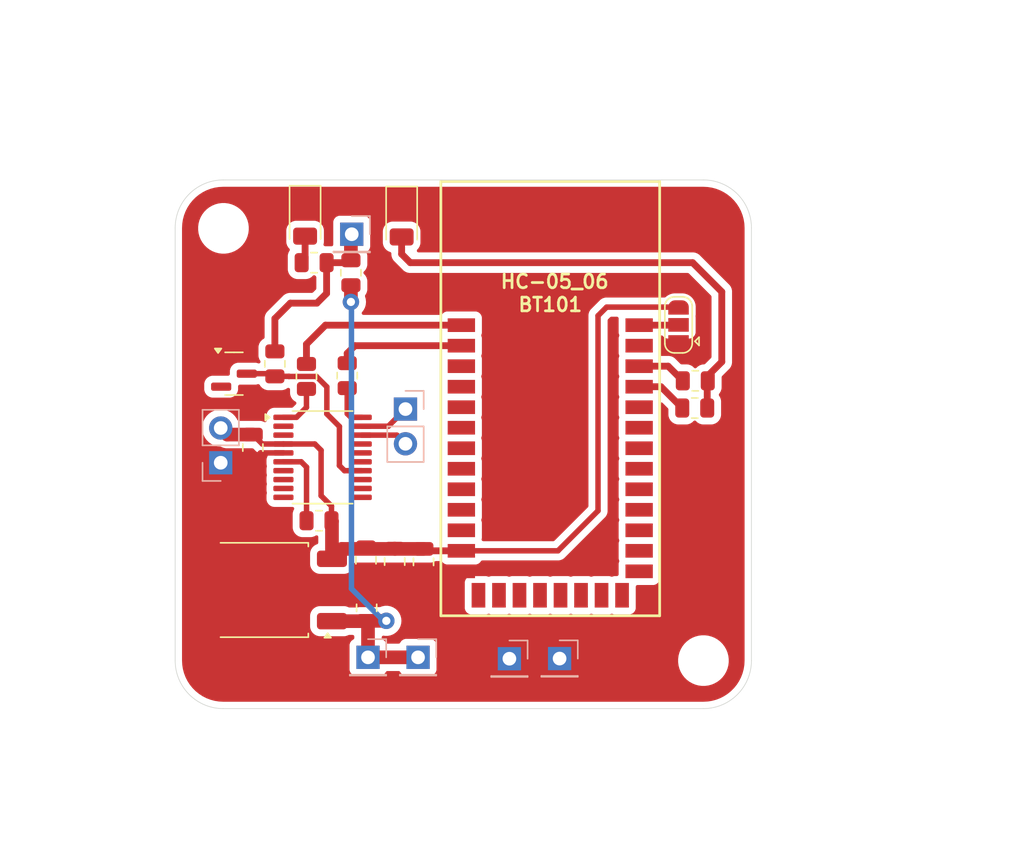
<source format=kicad_pcb>
(kicad_pcb (version 20240108) (generator "pcbnew") (generator_version "8.0")
  (layers (0 "F.Cu" signal) (31 "B.Cu" signal) (34 "B.Paste" user) (35 "F.Paste" user) (36 "B.SilkS" user "B.Silkscreen") (37 "F.SilkS" user "F.Silkscreen") (38 "B.Mask" user) (39 "F.Mask" user) (44 "Edge.Cuts" user))
  (net 0 "")
  (net 1 "Net-(BT101-RXD)")
  (net 2 "Net-(BT101-TXD)")
  (net 3 "GND")
  (net 4 "Net-(BT101-KEY1)")
  (net 5 "/3V3")
  (net 6 "/SWDCLK")
  (net 7 "/SWDIO")
  (net 8 "/USART2_TX")
  (net 9 "/USART2_RX")
  (net 10 "Net-(U101-NRST)")
  (net 14 "/INPUT")
  (net 22 "/USART1_TX")
  (net 23 "/USART1_RX")
  (net 24 "/5V")
  (net 26 "Net-(J105-Pin_1)")
  (net 28 "Net-(D102-A)")
  (net 29 "Net-(BT101-LED1)")
  (net 30 "Net-(BT101-LED2)")
  (net 31 "Net-(D103-A)")
  (footprint "Resistor_SMD:R_0805_2012Metric" (layer "F.Cu") (at 111.1425 64.43 180)
    (property "Reference" "R107" (hide yes))
    (property "Value" "470")
    (fp_line (start -0.227064 0.735) (end 0.227064 0.735) (stroke (width 0.12)) (layer "F.SilkS"))
    (fp_line (start -0.227064 -0.735) (end 0.227064 -0.735) (stroke (width 0.12)) (layer "F.SilkS"))
    (pad "1" smd roundrect (at -0.9125 0 180) (size 1.025 1.4) (layers "F.Cu" "F.Paste" "F.Mask") (roundrect_rratio 0.243902) (net 31 "Net-(D103-A)"))
    (pad "2" smd roundrect (at 0.9125 0 180) (size 1.025 1.4) (layers "F.Cu" "F.Paste" "F.Mask") (roundrect_rratio 0.243902) (net 29 "Net-(BT101-LED1)"))
  )
  (footprint "Capacitor_SMD:C_0805_2012Metric" (layer "F.Cu") (at 87.15 79.04 90)
    (property "Reference" "C104" (hide yes))
    (property "Value" "10uF")
    (fp_line (start -0.261252 -0.735) (end 0.261252 -0.735) (stroke (width 0.12)) (layer "F.SilkS"))
    (fp_line (start -0.261252 0.735) (end 0.261252 0.735) (stroke (width 0.12)) (layer "F.SilkS"))
    (pad "1" smd roundrect (at -0.95 0 90) (size 1 1.45) (layers "F.Cu" "F.Paste" "F.Mask") (net 24 "/5V"))
    (pad "2" smd roundrect (at 0.95 0 90) (size 1 1.45) (layers "F.Cu" "F.Paste" "F.Mask") (net 3 "GND"))
  )
  (footprint "hc05:HC-05" (layer "F.Cu") (at 100.5775 64.87)
    (property "Reference" "BT101" (at 0 -8 0) (layer "F.SilkS") (effects (font (thickness 0.2))))
    (property "Value" "HC-05_06" (at 0.3225 -9.69 0) (layer "F.SilkS") (effects (font (thickness 0.2))))
    (fp_line (start -8 -17) (end 8 -17) (stroke (width 0.2)) (layer "F.SilkS"))
    (fp_line (start -8 14.75) (end -8 -17) (stroke (width 0.2)) (layer "F.SilkS"))
    (fp_line (start 8 -17) (end 8 14.75) (stroke (width 0.2)) (layer "F.SilkS"))
    (fp_line (start 8 14.75) (end -8 14.75) (stroke (width 0.2)) (layer "F.SilkS"))
    (pad "1" smd rect (at -6.5 -6.5 90) (size 1 2) (layers "F.Cu" "F.Paste" "F.Mask") (net 2 "Net-(BT101-TXD)"))
    (pad "2" smd rect (at -6.5 -5 90) (size 1 2) (layers "F.Cu" "F.Paste" "F.Mask") (net 1 "Net-(BT101-RXD)"))
    (pad "3" smd rect (at -6.5 -3.5 90) (size 1 2) (layers "F.Cu" "F.Paste" "F.Mask"))
    (pad "4" smd rect (at -6.5 -2 90) (size 1 2) (layers "F.Cu" "F.Paste" "F.Mask"))
    (pad "5" smd rect (at -6.5 -0.5 90) (size 1 2) (layers "F.Cu" "F.Paste" "F.Mask"))
    (pad "6" smd rect (at -6.5 1 90) (size 1 2) (layers "F.Cu" "F.Paste" "F.Mask"))
    (pad "7" smd rect (at -6.5 2.5 90) (size 1 2) (layers "F.Cu" "F.Paste" "F.Mask"))
    (pad "8" smd rect (at -6.5 4 90) (size 1 2) (layers "F.Cu" "F.Paste" "F.Mask"))
    (pad "9" smd rect (at -6.5 5.5 90) (size 1 2) (layers "F.Cu" "F.Paste" "F.Mask"))
    (pad "10" smd rect (at -6.5 7 90) (size 1 2) (layers "F.Cu" "F.Paste" "F.Mask"))
    (pad "11" smd rect (at -6.5 8.5 90) (size 1 2) (layers "F.Cu" "F.Paste" "F.Mask"))
    (pad "12" smd rect (at -6.5 10 90) (size 1 2) (layers "F.Cu" "F.Paste" "F.Mask") (net 5 "/3V3"))
    (pad "13" smd rect (at -6.5 11.5 90) (size 1 2) (layers "F.Cu" "F.Paste" "F.Mask") (net 3 "GND"))
    (pad "14" smd rect (at -5.25 13.25) (size 1 1.8) (layers "F.Cu" "F.Paste" "F.Mask"))
    (pad "15" smd rect (at -3.75 13.25) (size 1 1.8) (layers "F.Cu" "F.Paste" "F.Mask"))
    (pad "16" smd rect (at -2.25 13.25) (size 1 1.8) (layers "F.Cu" "F.Paste" "F.Mask"))
    (pad "17" smd rect (at -0.75 13.25) (size 1 1.8) (layers "F.Cu" "F.Paste" "F.Mask"))
    (pad "18" smd rect (at 0.75 13.25) (size 1 1.8) (layers "F.Cu" "F.Paste" "F.Mask"))
    (pad "19" smd rect (at 2.25 13.25) (size 1 1.8) (layers "F.Cu" "F.Paste" "F.Mask"))
    (pad "20" smd rect (at 3.75 13.25) (size 1 1.8) (layers "F.Cu" "F.Paste" "F.Mask"))
    (pad "21" smd rect (at 5.25 13.25) (size 1 1.8) (layers "F.Cu" "F.Paste" "F.Mask"))
    (pad "22" smd rect (at 6.5 11.5) (size 2 1) (layers "F.Cu" "F.Paste" "F.Mask"))
    (pad "23" smd rect (at 6.5 10) (size 2 1) (layers "F.Cu" "F.Paste" "F.Mask"))
    (pad "24" smd rect (at 6.5 8.5) (size 2 1) (layers "F.Cu" "F.Paste" "F.Mask"))
    (pad "25" smd rect (at 6.5 7) (size 2 1) (layers "F.Cu" "F.Paste" "F.Mask"))
    (pad "26" smd rect (at 6.5 5.5) (size 2 1) (layers "F.Cu" "F.Paste" "F.Mask"))
    (pad "27" smd rect (at 6.5 4) (size 2 1) (layers "F.Cu" "F.Paste" "F.Mask"))
    (pad "28" smd rect (at 6.5 2.5) (size 2 1) (layers "F.Cu" "F.Paste" "F.Mask"))
    (pad "29" smd rect (at 6.5 1) (size 2 1) (layers "F.Cu" "F.Paste" "F.Mask"))
    (pad "30" smd rect (at 6.5 -0.5) (size 2 1) (layers "F.Cu" "F.Paste" "F.Mask"))
    (pad "31" smd rect (at 6.5 -2) (size 2 1) (layers "F.Cu" "F.Paste" "F.Mask") (net 29 "Net-(BT101-LED1)"))
    (pad "32" smd rect (at 6.5 -3.5) (size 2 1) (layers "F.Cu" "F.Paste" "F.Mask") (net 30 "Net-(BT101-LED2)"))
    (pad "33" smd rect (at 6.5 -5) (size 2 1) (layers "F.Cu" "F.Paste" "F.Mask"))
    (pad "34" smd rect (at 6.5 -6.5) (size 2 1) (layers "F.Cu" "F.Paste" "F.Mask") (net 4 "Net-(BT101-KEY1)"))
  )
  (footprint "Jumper:SolderJumper-3_P1.3mm_Open_RoundedPad1.0x1.5mm" (layer "F.Cu") (at 109.9575 58.35 90)
    (property "Reference" "JP101" (hide yes))
    (property "Value" "KEY1")
    (fp_line (start -1.4 -1) (end 1.4 -1) (stroke (width 0.12)) (layer "F.SilkS"))
    (fp_line (start 2.05 -0.3) (end 2.05 0.3) (stroke (width 0.12)) (layer "F.SilkS"))
    (fp_line (start -2.05 0.3) (end -2.05 -0.3) (stroke (width 0.12)) (layer "F.SilkS"))
    (fp_line (start 1.4 1) (end -1.4 1) (stroke (width 0.12)) (layer "F.SilkS"))
    (fp_line (start -1.2 1.2) (end -0.9 1.5) (stroke (width 0.12)) (layer "F.SilkS"))
    (fp_line (start -1.2 1.2) (end -1.5 1.5) (stroke (width 0.12)) (layer "F.SilkS"))
    (fp_line (start -1.5 1.5) (end -0.9 1.5) (stroke (width 0.12)) (layer "F.SilkS"))
    (fp_arc (start 1.35 -1) (mid 1.844975 -0.794975) (end 2.05 -0.3) (stroke (width 0.12)) (layer "F.SilkS"))
    (fp_arc (start -2.05 -0.3) (mid -1.844975 -0.794975) (end -1.35 -1) (stroke (width 0.12)) (layer "F.SilkS"))
    (fp_arc (start 2.05 0.3) (mid 1.844975 0.794975) (end 1.35 1) (stroke (width 0.12)) (layer "F.SilkS"))
    (fp_arc (start -1.35 1) (mid -1.844975 0.794975) (end -2.05 0.3) (stroke (width 0.12)) (layer "F.SilkS"))
    (pad "1" smd custom (at -1.3 0 90) (size 1 0.5) (layers "F.Cu" "F.Mask") (net 3 "GND") (options (clearance outline) (anchor rect)) (primitives (gr_circle (center 0 0.25) (end 0.5 0.25) (width 0) (fill yes)) (gr_circle (center 0 -0.25) (end 0.5 -0.25) (width 0) (fill yes)) (gr_poly (pts (xy 0.55 0.75) (xy 0 0.75) (xy 0 -0.75) (xy 0.55 -0.75)) (width 0) (fill yes))))
    (pad "2" smd rect (at 0 0 90) (size 1 1.5) (layers "F.Cu" "F.Mask") (net 4 "Net-(BT101-KEY1)"))
    (pad "3" smd custom (at 1.3 0 90) (size 1 0.5) (layers "F.Cu" "F.Mask") (net 5 "/3V3") (options (clearance outline) (anchor rect)) (primitives (gr_circle (center 0 0.25) (end 0.5 0.25) (width 0) (fill yes)) (gr_circle (center 0 -0.25) (end 0.5 -0.25) (width 0) (fill yes)) (gr_poly (pts (xy 0 0.75) (xy -0.55 0.75) (xy -0.55 -0.75) (xy 0 -0.75)) (width 0) (fill yes))))
  )
  (footprint "Capacitor_SMD:C_0805_2012Metric" (layer "F.Cu") (at 87.1 75.56 -90)
    (property "Reference" "C105" (hide yes))
    (property "Value" "4.7uF")
    (fp_line (start -0.261252 0.735) (end 0.261252 0.735) (stroke (width 0.12)) (layer "F.SilkS"))
    (fp_line (start -0.261252 -0.735) (end 0.261252 -0.735) (stroke (width 0.12)) (layer "F.SilkS"))
    (pad "1" smd roundrect (at -0.95 0 270) (size 1 1.45) (layers "F.Cu" "F.Paste" "F.Mask") (net 5 "/3V3"))
    (pad "2" smd roundrect (at 0.95 0 270) (size 1 1.45) (layers "F.Cu" "F.Paste" "F.Mask") (net 3 "GND"))
  )
  (footprint "Package_SO:TSSOP-20_4.4x6.5mm_P0.65mm" (layer "F.Cu") (at 83.9275 68.035)
    (property "Reference" "U101" (hide yes))
    (property "Value" "STM32G030F6Px")
    (fp_line (start 0 -3.385) (end -2.2 -3.385) (stroke (width 0.12)) (layer "F.SilkS"))
    (fp_line (start 0 -3.385) (end 2.2 -3.385) (stroke (width 0.12)) (layer "F.SilkS"))
    (fp_line (start 0 3.385) (end -2.2 3.385) (stroke (width 0.12)) (layer "F.SilkS"))
    (fp_line (start 0 3.385) (end 2.2 3.385) (stroke (width 0.12)) (layer "F.SilkS"))
    (fp_poly (pts (xy -3.86 -2.925) (xy -4.19 -3.165) (xy -4.19 -2.685) (xy -3.86 -2.925)) (stroke (width 0.12)) (fill solid) (layer "F.SilkS"))
    (pad "1" smd roundrect (at -2.8625 -2.925) (size 1.475 0.4) (layers "F.Cu" "F.Paste" "F.Mask") (net 23 "/USART1_RX"))
    (pad "2" smd roundrect (at -2.8625 -2.275) (size 1.475 0.4) (layers "F.Cu" "F.Paste" "F.Mask"))
    (pad "3" smd roundrect (at -2.8625 -1.625) (size 1.475 0.4) (layers "F.Cu" "F.Paste" "F.Mask"))
    (pad "4" smd roundrect (at -2.8625 -0.975) (size 1.475 0.4) (layers "F.Cu" "F.Paste" "F.Mask") (net 5 "/3V3"))
    (pad "5" smd roundrect (at -2.8625 -0.325) (size 1.475 0.4) (layers "F.Cu" "F.Paste" "F.Mask") (net 3 "GND"))
    (pad "6" smd roundrect (at -2.8625 0.325) (size 1.475 0.4) (layers "F.Cu" "F.Paste" "F.Mask") (net 10 "Net-(U101-NRST)"))
    (pad "7" smd roundrect (at -2.8625 0.975) (size 1.475 0.4) (layers "F.Cu" "F.Paste" "F.Mask"))
    (pad "8" smd roundrect (at -2.8625 1.625) (size 1.475 0.4) (layers "F.Cu" "F.Paste" "F.Mask"))
    (pad "9" smd roundrect (at -2.8625 2.275) (size 1.475 0.4) (layers "F.Cu" "F.Paste" "F.Mask") (net 8 "/USART2_TX"))
    (pad "10" smd roundrect (at -2.8625 2.925) (size 1.475 0.4) (layers "F.Cu" "F.Paste" "F.Mask") (net 9 "/USART2_RX"))
    (pad "11" smd roundrect (at 2.8625 2.925) (size 1.475 0.4) (layers "F.Cu" "F.Paste" "F.Mask"))
    (pad "12" smd roundrect (at 2.8625 2.275) (size 1.475 0.4) (layers "F.Cu" "F.Paste" "F.Mask"))
    (pad "13" smd roundrect (at 2.8625 1.625) (size 1.475 0.4) (layers "F.Cu" "F.Paste" "F.Mask"))
    (pad "14" smd roundrect (at 2.8625 0.975) (size 1.475 0.4) (layers "F.Cu" "F.Paste" "F.Mask") (net 14 "/INPUT"))
    (pad "15" smd roundrect (at 2.8625 0.325) (size 1.475 0.4) (layers "F.Cu" "F.Paste" "F.Mask"))
    (pad "16" smd roundrect (at 2.8625 -0.325) (size 1.475 0.4) (layers "F.Cu" "F.Paste" "F.Mask"))
    (pad "17" smd roundrect (at 2.8625 -0.975) (size 1.475 0.4) (layers "F.Cu" "F.Paste" "F.Mask"))
    (pad "18" smd roundrect (at 2.8625 -1.625) (size 1.475 0.4) (layers "F.Cu" "F.Paste" "F.Mask") (net 7 "/SWDIO"))
    (pad "19" smd roundrect (at 2.8625 -2.275) (size 1.475 0.4) (layers "F.Cu" "F.Paste" "F.Mask") (net 6 "/SWDCLK"))
    (pad "20" smd roundrect (at 2.8625 -2.925) (size 1.475 0.4) (layers "F.Cu" "F.Paste" "F.Mask") (net 22 "/USART1_TX"))
  )
  (footprint "Resistor_SMD:R_0805_2012Metric" (layer "F.Cu") (at 80.44 61.2 -90)
    (property "Reference" "R104" (hide yes))
    (property "Value" "1K")
    (fp_line (start -0.227064 0.735) (end 0.227064 0.735) (stroke (width 0.12)) (layer "F.SilkS"))
    (fp_line (start -0.227064 -0.735) (end 0.227064 -0.735) (stroke (width 0.12)) (layer "F.SilkS"))
    (pad "1" smd roundrect (at -0.9125 0 270) (size 1.025 1.4) (layers "F.Cu" "F.Paste" "F.Mask") (roundrect_rratio 0.243902) (net 26 "Net-(J105-Pin_1)"))
    (pad "2" smd roundrect (at 0.9125 0 270) (size 1.025 1.4) (layers "F.Cu" "F.Paste" "F.Mask") (roundrect_rratio 0.243902) (net 14 "/INPUT"))
  )
  (footprint "Resistor_SMD:R_0805_2012Metric" (layer "F.Cu") (at 83.31 53.8 180)
    (property "Reference" "R105" (hide yes))
    (property "Value" "1K")
    (fp_line (start -0.227064 0.735) (end 0.227064 0.735) (stroke (width 0.12)) (layer "F.SilkS"))
    (fp_line (start -0.227064 -0.735) (end 0.227064 -0.735) (stroke (width 0.12)) (layer "F.SilkS"))
    (pad "1" smd roundrect (at -0.9125 0 180) (size 1.025 1.4) (layers "F.Cu" "F.Paste" "F.Mask") (roundrect_rratio 0.243902) (net 26 "Net-(J105-Pin_1)"))
    (pad "2" smd roundrect (at 0.9125 0 180) (size 1.025 1.4) (layers "F.Cu" "F.Paste" "F.Mask") (roundrect_rratio 0.243902) (net 28 "Net-(D102-A)"))
  )
  (footprint "Resistor_SMD:R_0805_2012Metric" (layer "F.Cu") (at 82.75 62.12 90)
    (property "Reference" "R102" (hide yes))
    (property "Value" "200")
    (fp_line (start -0.227064 -0.735) (end 0.227064 -0.735) (stroke (width 0.12)) (layer "F.SilkS"))
    (fp_line (start -0.227064 0.735) (end 0.227064 0.735) (stroke (width 0.12)) (layer "F.SilkS"))
    (pad "1" smd roundrect (at -0.9125 0 90) (size 1.025 1.4) (layers "F.Cu" "F.Paste" "F.Mask") (roundrect_rratio 0.243902) (net 23 "/USART1_RX"))
    (pad "2" smd roundrect (at 0.9125 0 90) (size 1.025 1.4) (layers "F.Cu" "F.Paste" "F.Mask") (roundrect_rratio 0.243902) (net 2 "Net-(BT101-TXD)"))
  )
  (footprint "Resistor_SMD:R_0805_2012Metric" (layer "F.Cu") (at 85.73 62.06 90)
    (property "Reference" "R101" (hide yes))
    (property "Value" "200")
    (fp_line (start -0.227064 -0.735) (end 0.227064 -0.735) (stroke (width 0.12)) (layer "F.SilkS"))
    (fp_line (start -0.227064 0.735) (end 0.227064 0.735) (stroke (width 0.12)) (layer "F.SilkS"))
    (pad "1" smd roundrect (at -0.9125 0 90) (size 1.025 1.4) (layers "F.Cu" "F.Paste" "F.Mask") (roundrect_rratio 0.243902) (net 22 "/USART1_TX"))
    (pad "2" smd roundrect (at 0.9125 0 90) (size 1.025 1.4) (layers "F.Cu" "F.Paste" "F.Mask") (roundrect_rratio 0.243902) (net 1 "Net-(BT101-RXD)"))
  )
  (footprint "MountingHole:MountingHole_3.2mm_M3" (layer "F.Cu") (at 76.68 51.29)
    (property "Reference" "H101" (hide yes))
    (property "Value" "MountingHole")
    (pad "" np_thru_hole circle (at 0 0) (size 3.2 3.2) (drill 3.2) (layers "*.Cu" "*.Mask"))
  )
  (footprint "Capacitor_SMD:C_0805_2012Metric" (layer "F.Cu") (at 89.2 75.66 -90)
    (property "Reference" "C103" (hide yes))
    (property "Value" "10uF")
    (fp_line (start -0.261252 0.735) (end 0.261252 0.735) (stroke (width 0.12)) (layer "F.SilkS"))
    (fp_line (start -0.261252 -0.735) (end 0.261252 -0.735) (stroke (width 0.12)) (layer "F.SilkS"))
    (pad "1" smd roundrect (at -0.95 0 270) (size 1 1.45) (layers "F.Cu" "F.Paste" "F.Mask") (net 5 "/3V3"))
    (pad "2" smd roundrect (at 0.95 0 270) (size 1 1.45) (layers "F.Cu" "F.Paste" "F.Mask") (net 3 "GND"))
  )
  (footprint "Resistor_SMD:R_0805_2012Metric" (layer "F.Cu") (at 111.1825 62.44 180)
    (property "Reference" "R108" (hide yes))
    (property "Value" "470")
    (fp_line (start -0.227064 0.735) (end 0.227064 0.735) (stroke (width 0.12)) (layer "F.SilkS"))
    (fp_line (start -0.227064 -0.735) (end 0.227064 -0.735) (stroke (width 0.12)) (layer "F.SilkS"))
    (pad "1" smd roundrect (at -0.9125 0 180) (size 1.025 1.4) (layers "F.Cu" "F.Paste" "F.Mask") (roundrect_rratio 0.243902) (net 31 "Net-(D103-A)"))
    (pad "2" smd roundrect (at 0.9125 0 180) (size 1.025 1.4) (layers "F.Cu" "F.Paste" "F.Mask") (roundrect_rratio 0.243902) (net 30 "Net-(BT101-LED2)"))
  )
  (footprint "Package_TO_SOT_SMD:SOT-23" (layer "F.Cu") (at 77.45 61.9175)
    (property "Reference" "D101" (hide yes))
    (property "Value" "BZX84Cxx")
    (fp_line (start 0 -1.56) (end -0.65 -1.56) (stroke (width 0.12)) (layer "F.SilkS"))
    (fp_line (start 0 -1.56) (end 0.65 -1.56) (stroke (width 0.12)) (layer "F.SilkS"))
    (fp_line (start 0 1.56) (end -0.65 1.56) (stroke (width 0.12)) (layer "F.SilkS"))
    (fp_line (start 0 1.56) (end 0.65 1.56) (stroke (width 0.12)) (layer "F.SilkS"))
    (fp_poly (pts (xy -1.1625 -1.51) (xy -1.4025 -1.84) (xy -0.9225 -1.84) (xy -1.1625 -1.51)) (stroke (width 0.12)) (fill solid) (layer "F.SilkS"))
    (pad "1" smd roundrect (at -0.9375 -0.95) (size 1.475 0.6) (layers "F.Cu" "F.Paste" "F.Mask") (net 3 "GND"))
    (pad "2" smd roundrect (at -0.9375 0.95) (size 1.475 0.6) (layers "F.Cu" "F.Paste" "F.Mask"))
    (pad "3" smd roundrect (at 0.9375 0) (size 1.475 0.6) (layers "F.Cu" "F.Paste" "F.Mask") (net 14 "/INPUT"))
  )
  (footprint "Capacitor_SMD:C_0805_2012Metric" (layer "F.Cu") (at 78.83 67.32 -90)
    (property "Reference" "C101" (hide yes))
    (property "Value" "0.1uF")
    (fp_line (start -0.261252 0.735) (end 0.261252 0.735) (stroke (width 0.12)) (layer "F.SilkS"))
    (fp_line (start -0.261252 -0.735) (end 0.261252 -0.735) (stroke (width 0.12)) (layer "F.SilkS"))
    (pad "1" smd roundrect (at -0.95 0 270) (size 1 1.45) (layers "F.Cu" "F.Paste" "F.Mask") (net 5 "/3V3"))
    (pad "2" smd roundrect (at 0.95 0 270) (size 1 1.45) (layers "F.Cu" "F.Paste" "F.Mask") (net 3 "GND"))
  )
  (footprint "Capacitor_SMD:C_0805_2012Metric" (layer "F.Cu") (at 91.31 75.68 -90)
    (property "Reference" "C102" (hide yes))
    (property "Value" "0.1uF")
    (fp_line (start -0.261252 0.735) (end 0.261252 0.735) (stroke (width 0.12)) (layer "F.SilkS"))
    (fp_line (start -0.261252 -0.735) (end 0.261252 -0.735) (stroke (width 0.12)) (layer "F.SilkS"))
    (pad "1" smd roundrect (at -0.95 0 270) (size 1 1.45) (layers "F.Cu" "F.Paste" "F.Mask") (net 5 "/3V3"))
    (pad "2" smd roundrect (at 0.95 0 270) (size 1 1.45) (layers "F.Cu" "F.Paste" "F.Mask") (net 3 "GND"))
  )
  (footprint "LED_SMD:LED_1206_3216Metric" (layer "F.Cu") (at 89.71 50.52 -90)
    (property "Reference" "D103" (hide yes))
    (property "Value" "LED_Small")
    (fp_line (start -2.285 1.135) (end 1.6 1.135) (stroke (width 0.12)) (layer "F.SilkS"))
    (fp_line (start -2.285 -1.135) (end -2.285 1.135) (stroke (width 0.12)) (layer "F.SilkS"))
    (fp_line (start 1.6 -1.135) (end -2.285 -1.135) (stroke (width 0.12)) (layer "F.SilkS"))
    (pad "1" smd roundrect (at -1.4 0 270) (size 1.25 1.75) (layers "F.Cu" "F.Paste" "F.Mask") (roundrect_rratio 0.2) (net 3 "GND"))
    (pad "2" smd roundrect (at 1.4 0 270) (size 1.25 1.75) (layers "F.Cu" "F.Paste" "F.Mask") (roundrect_rratio 0.2) (net 31 "Net-(D103-A)"))
  )
  (footprint "Resistor_SMD:R_0805_2012Metric" (layer "F.Cu") (at 83.6675 72.67 180)
    (property "Reference" "R103" (hide yes))
    (property "Value" "10k")
    (fp_line (start -0.227064 0.735) (end 0.227064 0.735) (stroke (width 0.12)) (layer "F.SilkS"))
    (fp_line (start -0.227064 -0.735) (end 0.227064 -0.735) (stroke (width 0.12)) (layer "F.SilkS"))
    (pad "1" smd roundrect (at -0.9125 0 180) (size 1.025 1.4) (layers "F.Cu" "F.Paste" "F.Mask") (roundrect_rratio 0.243902) (net 5 "/3V3"))
    (pad "2" smd roundrect (at 0.9125 0 180) (size 1.025 1.4) (layers "F.Cu" "F.Paste" "F.Mask") (roundrect_rratio 0.243902) (net 10 "Net-(U101-NRST)"))
  )
  (footprint "LED_SMD:LED_1206_3216Metric" (layer "F.Cu") (at 82.65 50.46 -90)
    (property "Reference" "D102" (hide yes))
    (property "Value" "LED_Small")
    (fp_line (start -2.285 1.135) (end 1.6 1.135) (stroke (width 0.12)) (layer "F.SilkS"))
    (fp_line (start -2.285 -1.135) (end -2.285 1.135) (stroke (width 0.12)) (layer "F.SilkS"))
    (fp_line (start 1.6 -1.135) (end -2.285 -1.135) (stroke (width 0.12)) (layer "F.SilkS"))
    (pad "1" smd roundrect (at -1.4 0 270) (size 1.25 1.75) (layers "F.Cu" "F.Paste" "F.Mask") (roundrect_rratio 0.2) (net 3 "GND"))
    (pad "2" smd roundrect (at 1.4 0 270) (size 1.25 1.75) (layers "F.Cu" "F.Paste" "F.Mask") (roundrect_rratio 0.2) (net 28 "Net-(D102-A)"))
  )
  (footprint "Package_TO_SOT_SMD:TO-252-3_TabPin2" (layer "F.Cu") (at 79.575 77.735 180)
    (property "Reference" "U102" (hide yes))
    (property "Value" "5501")
    (fp_line (start 3.11 3.45) (end -3.31 3.45) (stroke (width 0.12)) (layer "F.SilkS"))
    (fp_line (start 3.11 -3.45) (end -3.31 -3.45) (stroke (width 0.12)) (layer "F.SilkS"))
    (fp_line (start -3.31 3.45) (end -3.31 3.18) (stroke (width 0.12)) (layer "F.SilkS"))
    (fp_line (start -3.31 -3.45) (end -3.31 -3.18) (stroke (width 0.12)) (layer "F.SilkS"))
    (fp_poly (pts (xy -4.725 -3.16) (xy -4.965 -3.49) (xy -4.485 -3.49) (xy -4.725 -3.16)) (stroke (width 0.12)) (fill solid) (layer "F.SilkS"))
    (pad "1" smd roundrect (at -5.04 -2.28 180) (size 2.2 1.2) (layers "F.Cu" "F.Paste" "F.Mask") (roundrect_rratio 0.208333) (net 24 "/5V"))
    (pad "2" smd roundrect (at -5.04 0 180) (size 2.2 1.2) (layers "F.Cu" "F.Paste" "F.Mask") (roundrect_rratio 0.208333) (net 3 "GND"))
    (pad "2" smd roundrect (at -0.415 -1.525 180) (size 3.05 2.75) (layers "F.Cu" "F.Paste") (roundrect_rratio 0.090909) (net 3 "GND"))
    (pad "2" smd roundrect (at -0.415 1.525 180) (size 3.05 2.75) (layers "F.Cu" "F.Paste") (roundrect_rratio 0.090909) (net 3 "GND"))
    (pad "2" smd roundrect (at 1.26 0 180) (size 6.4 5.8) (layers "F.Cu" "F.Mask") (roundrect_rratio 0.043103) (net 3 "GND"))
    (pad "2" smd roundrect (at 2.935 -1.525 180) (size 3.05 2.75) (layers "F.Cu" "F.Paste") (roundrect_rratio 0.090909) (net 3 "GND"))
    (pad "2" smd roundrect (at 2.935 1.525 180) (size 3.05 2.75) (layers "F.Cu" "F.Paste") (roundrect_rratio 0.090909) (net 3 "GND"))
    (pad "3" smd roundrect (at -5.04 2.28 180) (size 2.2 1.2) (layers "F.Cu" "F.Paste" "F.Mask") (roundrect_rratio 0.208333) (net 5 "/3V3"))
  )
  (footprint "MountingHole:MountingHole_3.2mm_M3" (layer "F.Cu") (at 111.778056 82.898056)
    (property "Reference" "H102" (hide yes))
    (property "Value" "MountingHole")
    (pad "" np_thru_hole circle (at 0 0) (size 3.2 3.2) (drill 3.2) (layers "*.Cu" "*.Mask"))
  )
  (footprint "Resistor_SMD:R_0805_2012Metric" (layer "F.Cu") (at 86 54.5375 -90)
    (property "Reference" "R106" (hide yes))
    (property "Value" "10K")
    (fp_line (start -0.227064 0.735) (end 0.227064 0.735) (stroke (width 0.12)) (layer "F.SilkS"))
    (fp_line (start -0.227064 -0.735) (end 0.227064 -0.735) (stroke (width 0.12)) (layer "F.SilkS"))
    (pad "1" smd roundrect (at -0.9125 0 270) (size 1.025 1.4) (layers "F.Cu" "F.Paste" "F.Mask") (roundrect_rratio 0.243902) (net 26 "Net-(J105-Pin_1)"))
    (pad "2" smd roundrect (at 0.9125 0 270) (size 1.025 1.4) (layers "F.Cu" "F.Paste" "F.Mask") (roundrect_rratio 0.243902) (net 24 "/5V"))
  )
  (footprint "Connector_PinHeader_2.54mm:PinHeader_1x02_P2.54mm_Vertical" (layer "B.Cu") (at 89.99 64.505 180)
    (property "Reference" "J101" (hide yes))
    (property "Value" "SWD")
    (fp_line (start 1.33 -1.27) (end -1.33 -1.27) (stroke (width 0.12)) (layer "B.SilkS"))
    (fp_line (start 1.33 -3.87) (end 1.33 -1.27) (stroke (width 0.12)) (layer "B.SilkS"))
    (fp_line (start 1.33 -3.87) (end -1.33 -3.87) (stroke (width 0.12)) (layer "B.SilkS"))
    (fp_line (start 0 1.33) (end -1.33 1.33) (stroke (width 0.12)) (layer "B.SilkS"))
    (fp_line (start -1.33 1.33) (end -1.33 0) (stroke (width 0.12)) (layer "B.SilkS"))
    (fp_line (start -1.33 -3.87) (end -1.33 -1.27) (stroke (width 0.12)) (layer "B.SilkS"))
    (pad "1" thru_hole rect (at 0 0 180) (size 1.7 1.7) (drill 1) (layers "*.Cu" "*.Mask") (net 6 "/SWDCLK"))
    (pad "2" thru_hole oval (at 0 -2.54 180) (size 1.7 1.7) (drill 1) (layers "*.Cu" "*.Mask") (net 7 "/SWDIO"))
  )
  (footprint "Connector_PinHeader_2.54mm:PinHeader_1x01_P2.54mm_Vertical" (layer "B.Cu") (at 90.91 82.66 180)
    (property "Reference" "J103" (hide yes))
    (property "Value" "5V")
    (fp_line (start 1.33 -1.27) (end -1.33 -1.27) (stroke (width 0.12)) (layer "B.SilkS"))
    (fp_line (start 1.33 -1.33) (end 1.33 -1.27) (stroke (width 0.12)) (layer "B.SilkS"))
    (fp_line (start 1.33 -1.33) (end -1.33 -1.33) (stroke (width 0.12)) (layer "B.SilkS"))
    (fp_line (start 0 1.33) (end -1.33 1.33) (stroke (width 0.12)) (layer "B.SilkS"))
    (fp_line (start -1.33 1.33) (end -1.33 0) (stroke (width 0.12)) (layer "B.SilkS"))
    (fp_line (start -1.33 -1.33) (end -1.33 -1.27) (stroke (width 0.12)) (layer "B.SilkS"))
    (pad "1" thru_hole rect (at 0 0 180) (size 1.7 1.7) (drill 1) (layers "*.Cu" "*.Mask") (net 24 "/5V"))
  )
  (footprint "Connector_PinHeader_2.54mm:PinHeader_1x01_P2.54mm_Vertical" (layer "B.Cu") (at 101.26 82.75 180)
    (property "Reference" "J107" (hide yes))
    (property "Value" "GND")
    (fp_line (start 1.33 -1.27) (end -1.33 -1.27) (stroke (width 0.12)) (layer "B.SilkS"))
    (fp_line (start 1.33 -1.33) (end 1.33 -1.27) (stroke (width 0.12)) (layer "B.SilkS"))
    (fp_line (start 1.33 -1.33) (end -1.33 -1.33) (stroke (width 0.12)) (layer "B.SilkS"))
    (fp_line (start 0 1.33) (end -1.33 1.33) (stroke (width 0.12)) (layer "B.SilkS"))
    (fp_line (start -1.33 1.33) (end -1.33 0) (stroke (width 0.12)) (layer "B.SilkS"))
    (fp_line (start -1.33 -1.33) (end -1.33 -1.27) (stroke (width 0.12)) (layer "B.SilkS"))
    (pad "1" thru_hole rect (at 0 0 180) (size 1.7 1.7) (drill 1) (layers "*.Cu" "*.Mask") (net 3 "GND"))
  )
  (footprint "Connector_PinHeader_2.54mm:PinHeader_1x02_P2.54mm_Vertical" (layer "B.Cu") (at 76.48 68.43)
    (property "Reference" "J102" (hide yes))
    (property "Value" "3V3")
    (fp_line (start -1.33 -3.87) (end -1.33 -1.27) (stroke (width 0.12)) (layer "B.SilkS"))
    (fp_line (start -1.33 1.33) (end -1.33 0) (stroke (width 0.12)) (layer "B.SilkS"))
    (fp_line (start 0 1.33) (end -1.33 1.33) (stroke (width 0.12)) (layer "B.SilkS"))
    (fp_line (start 1.33 -3.87) (end -1.33 -3.87) (stroke (width 0.12)) (layer "B.SilkS"))
    (fp_line (start 1.33 -3.87) (end 1.33 -1.27) (stroke (width 0.12)) (layer "B.SilkS"))
    (fp_line (start 1.33 -1.27) (end -1.33 -1.27) (stroke (width 0.12)) (layer "B.SilkS"))
    (pad "1" thru_hole rect (at 0 0) (size 1.7 1.7) (drill 1) (layers "*.Cu" "*.Mask") (net 3 "GND"))
    (pad "2" thru_hole oval (at 0 -2.54) (size 1.7 1.7) (drill 1) (layers "*.Cu" "*.Mask") (net 5 "/3V3"))
  )
  (footprint "Connector_PinHeader_2.54mm:PinHeader_1x01_P2.54mm_Vertical" (layer "B.Cu") (at 87.25 82.66 180)
    (property "Reference" "J106" (hide yes))
    (property "Value" "5V")
    (fp_line (start 1.33 -1.27) (end -1.33 -1.27) (stroke (width 0.12)) (layer "B.SilkS"))
    (fp_line (start 1.33 -1.33) (end 1.33 -1.27) (stroke (width 0.12)) (layer "B.SilkS"))
    (fp_line (start 1.33 -1.33) (end -1.33 -1.33) (stroke (width 0.12)) (layer "B.SilkS"))
    (fp_line (start 0 1.33) (end -1.33 1.33) (stroke (width 0.12)) (layer "B.SilkS"))
    (fp_line (start -1.33 1.33) (end -1.33 0) (stroke (width 0.12)) (layer "B.SilkS"))
    (fp_line (start -1.33 -1.33) (end -1.33 -1.27) (stroke (width 0.12)) (layer "B.SilkS"))
    (pad "1" thru_hole rect (at 0 0 180) (size 1.7 1.7) (drill 1) (layers "*.Cu" "*.Mask") (net 24 "/5V"))
  )
  (footprint "Connector_PinHeader_2.54mm:PinHeader_1x01_P2.54mm_Vertical" (layer "B.Cu") (at 97.59 82.76 180)
    (property "Reference" "J104" (hide yes))
    (property "Value" "GND")
    (fp_line (start 1.33 -1.27) (end -1.33 -1.27) (stroke (width 0.12)) (layer "B.SilkS"))
    (fp_line (start 1.33 -1.33) (end 1.33 -1.27) (stroke (width 0.12)) (layer "B.SilkS"))
    (fp_line (start 1.33 -1.33) (end -1.33 -1.33) (stroke (width 0.12)) (layer "B.SilkS"))
    (fp_line (start 0 1.33) (end -1.33 1.33) (stroke (width 0.12)) (layer "B.SilkS"))
    (fp_line (start -1.33 1.33) (end -1.33 0) (stroke (width 0.12)) (layer "B.SilkS"))
    (fp_line (start -1.33 -1.33) (end -1.33 -1.27) (stroke (width 0.12)) (layer "B.SilkS"))
    (pad "1" thru_hole rect (at 0 0 180) (size 1.7 1.7) (drill 1) (layers "*.Cu" "*.Mask") (net 3 "GND"))
  )
  (footprint "Connector_PinHeader_2.54mm:PinHeader_1x01_P2.54mm_Vertical" (layer "B.Cu") (at 86.06 51.72 180)
    (property "Reference" "J105" (hide yes))
    (property "Value" "INPUT")
    (fp_line (start 1.33 -1.27) (end -1.33 -1.27) (stroke (width 0.12)) (layer "B.SilkS"))
    (fp_line (start 1.33 -1.33) (end 1.33 -1.27) (stroke (width 0.12)) (layer "B.SilkS"))
    (fp_line (start 1.33 -1.33) (end -1.33 -1.33) (stroke (width 0.12)) (layer "B.SilkS"))
    (fp_line (start 0 1.33) (end -1.33 1.33) (stroke (width 0.12)) (layer "B.SilkS"))
    (fp_line (start -1.33 1.33) (end -1.33 0) (stroke (width 0.12)) (layer "B.SilkS"))
    (fp_line (start -1.33 -1.33) (end -1.33 -1.27) (stroke (width 0.12)) (layer "B.SilkS"))
    (pad "1" thru_hole rect (at 0 0 180) (size 1.7 1.7) (drill 1) (layers "*.Cu" "*.Mask") (net 26 "Net-(J105-Pin_1)"))
  )
  (gr_arc (start 115.288055 82.898055) (mid 114.26 85.38) (end 111.778055 86.408055) (stroke (width 0.05)) (layer "Edge.Cuts"))
  (gr_arc (start 76.66 86.408055) (mid 74.178055 85.38) (end 73.15 82.898055) (stroke (width 0.05)) (layer "Edge.Cuts"))
  (gr_line (start 115.288055 82.898055) (end 115.288055 51.26) (stroke (width 0.05)) (layer "Edge.Cuts"))
  (gr_line (start 111.778055 86.408055) (end 76.66 86.408055) (stroke (width 0.05)) (layer "Edge.Cuts"))
  (gr_arc (start 73.15 51.26) (mid 74.178055 48.778055) (end 76.66 47.75) (stroke (width 0.05)) (layer "Edge.Cuts"))
  (gr_arc (start 111.778055 47.75) (mid 114.26 48.778055) (end 115.288055 51.26) (stroke (width 0.05)) (layer "Edge.Cuts"))
  (gr_line (start 73.15 82.898055) (end 73.15 51.26) (stroke (width 0.05)) (layer "Edge.Cuts"))
  (gr_line (start 76.66 47.75) (end 111.778055 47.75) (stroke (width 0.05)) (layer "Edge.Cuts"))
  (segment (start 85.73 60.43) (end 85.73 61.1475) (width 0.5) (layer "F.Cu") (net 1))
  (segment (start 94.0775 59.87) (end 86.29 59.87) (width 0.5) (layer "F.Cu") (net 1))
  (segment (start 86.29 59.87) (end 85.73 60.43) (width 0.5) (layer "F.Cu") (net 1))
  (segment (start 82.75 59.76) (end 84.14 58.37) (width 0.5) (layer "F.Cu") (net 2))
  (segment (start 82.75 61.2075) (end 82.75 59.76) (width 0.5) (layer "F.Cu") (net 2))
  (segment (start 84.14 58.37) (end 94.0775 58.37) (width 0.5) (layer "F.Cu") (net 2))
  (segment (start 86.795 77.735) (end 87.15 78.09) (width 1) (layer "F.Cu") (net 3))
  (segment (start 87.1 76.51) (end 91.19 76.51) (width 1) (layer "F.Cu") (net 3))
  (segment (start 87.15 76.56) (end 87.1 76.51) (width 1) (layer "F.Cu") (net 3))
  (segment (start 91.19 76.51) (end 91.31 76.63) (width 1) (layer "F.Cu") (net 3))
  (segment (start 84.615 77.735) (end 86.795 77.735) (width 1) (layer "F.Cu") (net 3))
  (segment (start 79.39 67.71) (end 78.83 68.27) (width 0.4) (layer "F.Cu") (net 3))
  (segment (start 81.065 67.71) (end 79.39 67.71) (width 0.4) (layer "F.Cu") (net 3))
  (segment (start 78.83 68.27) (end 76.64 68.27) (width 0.4) (layer "F.Cu") (net 3))
  (segment (start 89.2 76.61) (end 91.29 76.61) (width 0.5) (layer "F.Cu") (net 3))
  (segment (start 94.0775 76.37) (end 91.57 76.37) (width 0.5) (layer "F.Cu") (net 3))
  (segment (start 87.15 78.09) (end 87.15 76.56) (width 1) (layer "F.Cu") (net 3))
  (segment (start 91.57 76.37) (end 91.31 76.63) (width 0.5) (layer "F.Cu") (net 3))
  (segment (start 107.0775 58.37) (end 109.9375 58.37) (width 0.5) (layer "F.Cu") (net 4))
  (segment (start 84.58 71.6) (end 83.82 70.84) (width 0.4) (layer "F.Cu") (net 5))
  (segment (start 94.0775 74.87) (end 91.45 74.87) (width 0.5) (layer "F.Cu") (net 5))
  (segment (start 104.07 57.68) (end 104.7 57.05) (width 0.4) (layer "F.Cu") (net 5))
  (segment (start 76.96 66.37) (end 76.48 65.89) (width 1) (layer "F.Cu") (net 5))
  (segment (start 101.14 74.87) (end 104.07 71.94) (width 0.4) (layer "F.Cu") (net 5))
  (segment (start 81.065 67.06) (end 79.52 67.06) (width 0.4) (layer "F.Cu") (net 5))
  (segment (start 84.615 75.455) (end 84.615 72.705) (width 1) (layer "F.Cu") (net 5))
  (segment (start 84.58 72.67) (end 84.58 71.6) (width 0.4) (layer "F.Cu") (net 5))
  (segment (start 79.52 67.06) (end 78.83 66.37) (width 0.4) (layer "F.Cu") (net 5))
  (segment (start 83.82 67.52) (end 83.36 67.06) (width 0.4) (layer "F.Cu") (net 5))
  (segment (start 84.615 72.705) (end 84.58 72.67) (width 1) (layer "F.Cu") (net 5))
  (segment (start 104.07 71.94) (end 104.07 57.68) (width 0.4) (layer "F.Cu") (net 5))
  (segment (start 104.7 57.05) (end 109.9575 57.05) (width 0.4) (layer "F.Cu") (net 5))
  (segment (start 85.34 74.73) (end 84.615 75.455) (width 1) (layer "F.Cu") (net 5))
  (segment (start 89.22 74.73) (end 89.2 74.71) (width 1) (layer "F.Cu") (net 5))
  (segment (start 91.31 74.73) (end 85.34 74.73) (width 1) (layer "F.Cu") (net 5))
  (segment (start 83.36 67.06) (end 81.065 67.06) (width 0.4) (layer "F.Cu") (net 5))
  (segment (start 94.0775 74.87) (end 101.14 74.87) (width 0.4) (layer "F.Cu") (net 5))
  (segment (start 83.82 70.84) (end 83.82 67.52) (width 0.4) (layer "F.Cu") (net 5))
  (segment (start 78.83 66.37) (end 76.96 66.37) (width 1) (layer "F.Cu") (net 5))
  (segment (start 86.79 65.76) (end 88.735 65.76) (width 0.4) (layer "F.Cu") (net 6))
  (segment (start 88.735 65.76) (end 89.99 64.505) (width 0.4) (layer "F.Cu") (net 6))
  (segment (start 89.355 66.41) (end 89.99 67.045) (width 0.4) (layer "F.Cu") (net 7))
  (segment (start 86.79 66.41) (end 89.355 66.41) (width 0.4) (layer "F.Cu") (net 7))
  (segment (start 82.365 68.36) (end 82.755 68.75) (width 0.4) (layer "F.Cu") (net 10))
  (segment (start 81.065 68.36) (end 82.365 68.36) (width 0.4) (layer "F.Cu") (net 10))
  (segment (start 82.755 68.75) (end 82.755 72.67) (width 0.4) (layer "F.Cu") (net 10))
  (segment (start 83.476166 62.12) (end 84.24 62.883834) (width 0.4) (layer "F.Cu") (net 14))
  (segment (start 81.47 62.12) (end 81.4625 62.1125) (width 0.4) (layer "F.Cu") (net 14))
  (segment (start 78.3875 61.9175) (end 80.245 61.9175) (width 0.4) (layer "F.Cu") (net 14))
  (segment (start 85.16 65.78) (end 85.16 68.64) (width 0.4) (layer "F.Cu") (net 14))
  (segment (start 84.24 62.883834) (end 84.24 64.86) (width 0.4) (layer "F.Cu") (net 14))
  (segment (start 85.53 69.01) (end 86.79 69.01) (width 0.4) (layer "F.Cu") (net 14))
  (segment (start 81.47 62.12) (end 83.476166 62.12) (width 0.4) (layer "F.Cu") (net 14))
  (segment (start 84.24 64.86) (end 85.16 65.78) (width 0.4) (layer "F.Cu") (net 14))
  (segment (start 85.16 68.64) (end 85.53 69.01) (width 0.4) (layer "F.Cu") (net 14))
  (segment (start 81.4625 62.1125) (end 80.44 62.1125) (width 0.4) (layer "F.Cu") (net 14))
  (segment (start 86.79 65.11) (end 86 65.11) (width 0.4) (layer "F.Cu") (net 22))
  (segment (start 85.73 62.9725) (end 85.73 64.84) (width 0.4) (layer "F.Cu") (net 22))
  (segment (start 85.73 64.84) (end 86 65.11) (width 0.4) (layer "F.Cu") (net 22))
  (segment (start 82.02 65.11) (end 82.75 64.38) (width 0.4) (layer "F.Cu") (net 23))
  (segment (start 82.75 64.38) (end 82.75 63.0325) (width 0.4) (layer "F.Cu") (net 23))
  (segment (start 81.065 65.11) (end 82.02 65.11) (width 0.4) (layer "F.Cu") (net 23))
  (segment (start 87.25 80.09) (end 87.15 79.99) (width 1) (layer "F.Cu") (net 24))
  (segment (start 87.25 82.66) (end 90.91 82.66) (width 1) (layer "F.Cu") (net 24))
  (segment (start 84.615 80.015) (end 87.125 80.015) (width 1) (layer "F.Cu") (net 24))
  (segment (start 87.25 82.66) (end 87.25 80.09) (width 1) (layer "F.Cu") (net 24))
  (segment (start 86 55.45) (end 86 56.67) (width 1) (layer "F.Cu") (net 24))
  (segment (start 87.15 79.99) (end 88.59 79.99) (width 1) (layer "F.Cu") (net 24))
  (segment (start 87.125 80.015) (end 87.15 79.99) (width 1) (layer "F.Cu") (net 24))
  (via (at 88.59 79.99) (size 1.2) (drill 0.6) (layers "F.Cu" "B.Cu") (net 24))
  (via (at 86 56.67) (size 1.2) (drill 0.6) (layers "F.Cu" "B.Cu") (net 24))
  (segment (start 86 56.67) (end 86.04 56.71) (width 0.4) (layer "B.Cu") (net 24))
  (segment (start 86.04 77.64) (end 88.59 80.19) (width 0.4) (layer "B.Cu") (net 24))
  (segment (start 86.04 56.71) (end 86.04 77.64) (width 0.4) (layer "B.Cu") (net 24))
  (segment (start 88.59 80.19) (end 88.59 79.99) (width 0.4) (layer "B.Cu") (net 24))
  (segment (start 85.57 53.8) (end 86.06 53.31) (width 0.5) (layer "F.Cu") (net 26))
  (segment (start 86.06 53.31) (end 86.06 51.72) (width 0.5) (layer "F.Cu") (net 26))
  (segment (start 84.2225 56.0475) (end 84.2225 53.8) (width 0.5) (layer "F.Cu") (net 26))
  (segment (start 81.57 56.76) (end 83.51 56.76) (width 0.5) (layer "F.Cu") (net 26))
  (segment (start 86 53.625) (end 86 51.78) (width 1) (layer "F.Cu") (net 26))
  (segment (start 83.51 56.76) (end 84.2225 56.0475) (width 0.5) (layer "F.Cu") (net 26))
  (segment (start 80.44 57.89) (end 81.57 56.76) (width 0.5) (layer "F.Cu") (net 26))
  (segment (start 84.2225 53.8) (end 85.57 53.8) (width 0.5) (layer "F.Cu") (net 26))
  (segment (start 80.44 60.2875) (end 80.44 57.89) (width 0.5) (layer "F.Cu") (net 26))
  (segment (start 82.65 51.86) (end 82.65 53.5475) (width 0.5) (layer "F.Cu") (net 28))
  (segment (start 108.67 62.87) (end 110.23 64.43) (width 0.5) (layer "F.Cu") (net 29))
  (segment (start 107.0775 62.87) (end 108.67 62.87) (width 0.5) (layer "F.Cu") (net 29))
  (segment (start 109.2 61.37) (end 110.27 62.44) (width 0.5) (layer "F.Cu") (net 30))
  (segment (start 107.0775 61.37) (end 109.2 61.37) (width 0.5) (layer "F.Cu") (net 30))
  (segment (start 89.71 53.17) (end 90.34 53.8) (width 0.5) (layer "F.Cu") (net 31))
  (segment (start 89.71 51.92) (end 89.71 53.17) (width 0.5) (layer "F.Cu") (net 31))
  (segment (start 110.99 53.8) (end 113.12 55.93) (width 0.5) (layer "F.Cu") (net 31))
  (segment (start 90.34 53.8) (end 110.99 53.8) (width 0.5) (layer "F.Cu") (net 31))
  (segment (start 113.12 61.05) (end 113.12 55.93) (width 0.5) (layer "F.Cu") (net 31))
  (segment (start 112.055 64.43) (end 112.055 62.48) (width 0.5) (layer "F.Cu") (net 31))
  (segment (start 112.095 62.075) (end 113.12 61.05) (width 0.5) (layer "F.Cu") (net 31))
  (zone (net 3) (net_name "GND") (layer "F.Cu") (connect_pads yes (clearance 0.5)) (min_thickness 0.25) (fill yes (thermal_gap 0.5) (thermal_bridge_width 0.5))
    (polygon (pts (xy 135.010707 34.592299) (xy 135.22002 96.758196) (xy 60.34 96.6) (xy 60.68 34.71)))
  )
)
</source>
